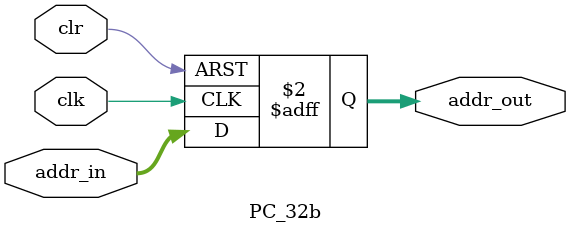
<source format=v>
`timescale 1ns / 1ps


module PC_32b(
	input clk, clr, 
	input [31:0]addr_in,
	output reg [31:0]addr_out
    );
    
    always @(negedge clk or posedge clr) begin
    		if (clr) begin
    			addr_out <= 32'h0; 			
    		end

    		else begin
    			addr_out <= addr_in;

    		end

    	end	
    	
endmodule

</source>
